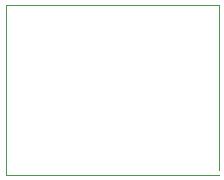
<source format=gbr>
%TF.GenerationSoftware,KiCad,Pcbnew,6.0.7+dfsg-1+b1*%
%TF.CreationDate,2022-11-22T11:59:15+08:00*%
%TF.ProjectId,bauble_pcb,62617562-6c65-45f7-9063-622e6b696361,rev?*%
%TF.SameCoordinates,Original*%
%TF.FileFunction,Profile,NP*%
%FSLAX46Y46*%
G04 Gerber Fmt 4.6, Leading zero omitted, Abs format (unit mm)*
G04 Created by KiCad (PCBNEW 6.0.7+dfsg-1+b1) date 2022-11-22 11:59:15*
%MOMM*%
%LPD*%
G01*
G04 APERTURE LIST*
%TA.AperFunction,Profile*%
%ADD10C,0.100000*%
%TD*%
G04 APERTURE END LIST*
D10*
X137600000Y-104800000D02*
X137600000Y-90400000D01*
X155600000Y-104800000D02*
X137600000Y-104800000D01*
X155600000Y-90400000D02*
X155600000Y-104400000D01*
X137600000Y-90400000D02*
X155600000Y-90400000D01*
M02*

</source>
